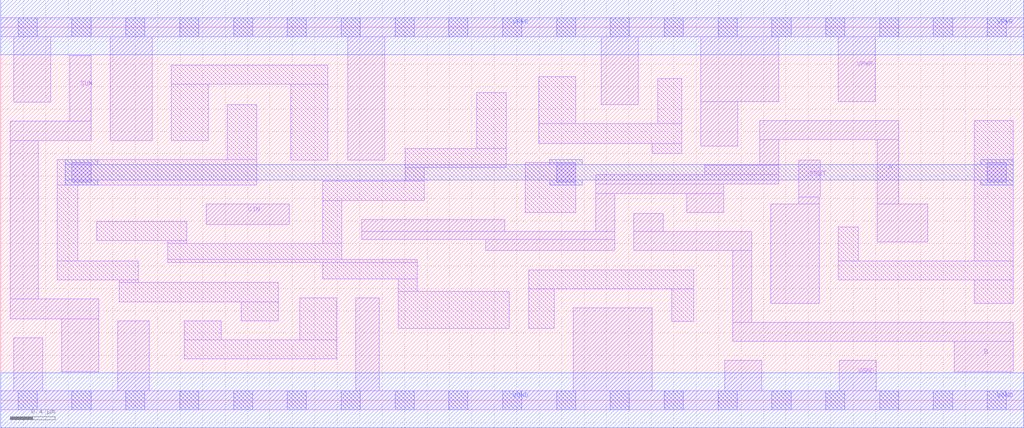
<source format=lef>
# Copyright 2020 The SkyWater PDK Authors
#
# Licensed under the Apache License, Version 2.0 (the "License");
# you may not use this file except in compliance with the License.
# You may obtain a copy of the License at
#
#     https://www.apache.org/licenses/LICENSE-2.0
#
# Unless required by applicable law or agreed to in writing, software
# distributed under the License is distributed on an "AS IS" BASIS,
# WITHOUT WARRANTIES OR CONDITIONS OF ANY KIND, either express or implied.
# See the License for the specific language governing permissions and
# limitations under the License.
#
# SPDX-License-Identifier: Apache-2.0

VERSION 5.7 ;
  NAMESCASESENSITIVE ON ;
  NOWIREEXTENSIONATPIN ON ;
  DIVIDERCHAR "/" ;
  BUSBITCHARS "[]" ;
UNITS
  DATABASE MICRONS 200 ;
END UNITS
MACRO sky130_fd_sc_lp__fa_2
  CLASS CORE ;
  SOURCE USER ;
  FOREIGN sky130_fd_sc_lp__fa_2 ;
  ORIGIN  0.000000  0.000000 ;
  SIZE  9.120000 BY  3.330000 ;
  SYMMETRY X Y R90 ;
  SITE unit ;
  PIN A
    ANTENNAGATEAREA  0.636000 ;
    DIRECTION INPUT ;
    USE SIGNAL ;
    PORT
      LAYER li1 ;
        RECT 3.220000 1.435000 5.475000 1.505000 ;
        RECT 3.220000 1.505000 4.495000 1.615000 ;
        RECT 4.325000 1.335000 5.475000 1.435000 ;
        RECT 5.305000 1.505000 5.475000 1.845000 ;
        RECT 5.305000 1.845000 6.445000 1.930000 ;
        RECT 5.305000 1.930000 6.935000 2.015000 ;
        RECT 6.115000 1.675000 6.445000 1.845000 ;
        RECT 6.275000 2.015000 6.935000 2.100000 ;
        RECT 6.765000 2.100000 6.935000 2.325000 ;
        RECT 6.765000 2.325000 8.005000 2.495000 ;
        RECT 7.815000 1.415000 8.265000 1.750000 ;
        RECT 7.815000 1.750000 8.005000 2.325000 ;
    END
  END A
  PIN B
    ANTENNAGATEAREA  0.636000 ;
    DIRECTION INPUT ;
    USE SIGNAL ;
    PORT
      LAYER li1 ;
        RECT 5.645000 1.335000 6.695000 1.505000 ;
        RECT 5.645000 1.505000 5.905000 1.665000 ;
        RECT 6.525000 0.525000 9.025000 0.695000 ;
        RECT 6.525000 0.695000 6.695000 1.335000 ;
        RECT 8.500000 0.255000 9.025000 0.525000 ;
    END
  END B
  PIN CIN
    ANTENNAGATEAREA  0.477000 ;
    DIRECTION INPUT ;
    USE SIGNAL ;
    PORT
      LAYER li1 ;
        RECT 1.830000 1.570000 2.570000 1.750000 ;
    END
  END CIN
  PIN COUT
    ANTENNADIFFAREA  0.588000 ;
    DIRECTION OUTPUT ;
    USE SIGNAL ;
    PORT
      LAYER li1 ;
        RECT 6.865000 0.865000 7.295000 1.750000 ;
        RECT 7.115000 1.750000 7.295000 1.815000 ;
        RECT 7.115000 1.815000 7.305000 2.145000 ;
    END
  END COUT
  PIN SUM
    ANTENNADIFFAREA  0.588000 ;
    DIRECTION OUTPUT ;
    USE SIGNAL ;
    PORT
      LAYER li1 ;
        RECT 0.085000 0.725000 0.875000 0.905000 ;
        RECT 0.085000 0.905000 0.335000 2.320000 ;
        RECT 0.085000 2.320000 0.805000 2.490000 ;
        RECT 0.545000 0.255000 0.875000 0.725000 ;
        RECT 0.615000 2.490000 0.805000 3.075000 ;
    END
  END SUM
  PIN VGND
    DIRECTION INOUT ;
    USE GROUND ;
    PORT
      LAYER li1 ;
        RECT 0.000000 -0.085000 9.120000 0.085000 ;
        RECT 0.115000  0.085000 0.375000 0.555000 ;
        RECT 1.045000  0.085000 1.325000 0.710000 ;
        RECT 3.165000  0.085000 3.375000 0.915000 ;
        RECT 5.105000  0.085000 5.810000 0.825000 ;
        RECT 6.455000  0.085000 6.785000 0.355000 ;
        RECT 7.475000  0.085000 7.805000 0.355000 ;
      LAYER mcon ;
        RECT 0.155000 -0.085000 0.325000 0.085000 ;
        RECT 0.635000 -0.085000 0.805000 0.085000 ;
        RECT 1.115000 -0.085000 1.285000 0.085000 ;
        RECT 1.595000 -0.085000 1.765000 0.085000 ;
        RECT 2.075000 -0.085000 2.245000 0.085000 ;
        RECT 2.555000 -0.085000 2.725000 0.085000 ;
        RECT 3.035000 -0.085000 3.205000 0.085000 ;
        RECT 3.515000 -0.085000 3.685000 0.085000 ;
        RECT 3.995000 -0.085000 4.165000 0.085000 ;
        RECT 4.475000 -0.085000 4.645000 0.085000 ;
        RECT 4.955000 -0.085000 5.125000 0.085000 ;
        RECT 5.435000 -0.085000 5.605000 0.085000 ;
        RECT 5.915000 -0.085000 6.085000 0.085000 ;
        RECT 6.395000 -0.085000 6.565000 0.085000 ;
        RECT 6.875000 -0.085000 7.045000 0.085000 ;
        RECT 7.355000 -0.085000 7.525000 0.085000 ;
        RECT 7.835000 -0.085000 8.005000 0.085000 ;
        RECT 8.315000 -0.085000 8.485000 0.085000 ;
        RECT 8.795000 -0.085000 8.965000 0.085000 ;
      LAYER met1 ;
        RECT 0.000000 -0.245000 9.120000 0.245000 ;
    END
  END VGND
  PIN VPWR
    DIRECTION INOUT ;
    USE POWER ;
    PORT
      LAYER li1 ;
        RECT 0.000000 3.245000 9.120000 3.415000 ;
        RECT 0.115000 2.660000 0.445000 3.245000 ;
        RECT 0.975000 2.320000 1.350000 3.245000 ;
        RECT 3.095000 2.145000 3.425000 3.245000 ;
        RECT 5.355000 2.640000 5.685000 3.245000 ;
        RECT 6.240000 2.270000 6.570000 2.665000 ;
        RECT 6.240000 2.665000 6.935000 3.245000 ;
        RECT 7.465000 2.665000 7.795000 3.245000 ;
      LAYER mcon ;
        RECT 0.155000 3.245000 0.325000 3.415000 ;
        RECT 0.635000 3.245000 0.805000 3.415000 ;
        RECT 1.115000 3.245000 1.285000 3.415000 ;
        RECT 1.595000 3.245000 1.765000 3.415000 ;
        RECT 2.075000 3.245000 2.245000 3.415000 ;
        RECT 2.555000 3.245000 2.725000 3.415000 ;
        RECT 3.035000 3.245000 3.205000 3.415000 ;
        RECT 3.515000 3.245000 3.685000 3.415000 ;
        RECT 3.995000 3.245000 4.165000 3.415000 ;
        RECT 4.475000 3.245000 4.645000 3.415000 ;
        RECT 4.955000 3.245000 5.125000 3.415000 ;
        RECT 5.435000 3.245000 5.605000 3.415000 ;
        RECT 5.915000 3.245000 6.085000 3.415000 ;
        RECT 6.395000 3.245000 6.565000 3.415000 ;
        RECT 6.875000 3.245000 7.045000 3.415000 ;
        RECT 7.355000 3.245000 7.525000 3.415000 ;
        RECT 7.835000 3.245000 8.005000 3.415000 ;
        RECT 8.315000 3.245000 8.485000 3.415000 ;
        RECT 8.795000 3.245000 8.965000 3.415000 ;
      LAYER met1 ;
        RECT 0.000000 3.085000 9.120000 3.575000 ;
    END
  END VPWR
  OBS
    LAYER li1 ;
      RECT 0.505000 1.075000 1.225000 1.245000 ;
      RECT 0.505000 1.245000 0.685000 1.920000 ;
      RECT 0.505000 1.920000 2.280000 2.150000 ;
      RECT 0.855000 1.425000 1.660000 1.595000 ;
      RECT 1.055000 0.880000 2.475000 1.050000 ;
      RECT 1.055000 1.050000 1.225000 1.075000 ;
      RECT 1.490000 1.230000 3.715000 1.255000 ;
      RECT 1.490000 1.255000 3.040000 1.400000 ;
      RECT 1.490000 1.400000 1.660000 1.425000 ;
      RECT 1.520000 2.320000 1.850000 2.820000 ;
      RECT 1.520000 2.820000 2.915000 2.990000 ;
      RECT 1.635000 0.370000 2.995000 0.540000 ;
      RECT 1.635000 0.540000 1.965000 0.710000 ;
      RECT 2.020000 2.150000 2.280000 2.640000 ;
      RECT 2.145000 0.710000 2.475000 0.880000 ;
      RECT 2.585000 2.145000 2.915000 2.820000 ;
      RECT 2.665000 0.540000 2.995000 0.915000 ;
      RECT 2.870000 1.085000 3.715000 1.230000 ;
      RECT 2.870000 1.400000 3.040000 1.785000 ;
      RECT 2.870000 1.785000 3.775000 1.955000 ;
      RECT 3.545000 0.640000 4.535000 0.970000 ;
      RECT 3.545000 0.970000 3.715000 1.085000 ;
      RECT 3.605000 1.955000 3.775000 2.075000 ;
      RECT 3.605000 2.075000 4.505000 2.245000 ;
      RECT 4.245000 2.245000 4.505000 2.745000 ;
      RECT 4.675000 1.675000 5.125000 2.120000 ;
      RECT 4.705000 0.640000 4.935000 0.995000 ;
      RECT 4.705000 0.995000 6.180000 1.165000 ;
      RECT 4.795000 2.290000 6.070000 2.470000 ;
      RECT 4.795000 2.470000 5.125000 2.890000 ;
      RECT 5.810000 2.200000 6.070000 2.290000 ;
      RECT 5.855000 2.470000 6.070000 2.870000 ;
      RECT 5.980000 0.705000 6.180000 0.995000 ;
      RECT 7.465000 1.075000 9.025000 1.245000 ;
      RECT 7.465000 1.245000 7.645000 1.545000 ;
      RECT 8.680000 0.865000 9.025000 1.075000 ;
      RECT 8.680000 1.245000 9.025000 2.495000 ;
    LAYER mcon ;
      RECT 0.635000 1.950000 0.805000 2.120000 ;
      RECT 4.955000 1.950000 5.125000 2.120000 ;
      RECT 8.795000 1.950000 8.965000 2.120000 ;
    LAYER met1 ;
      RECT 0.575000 1.920000 0.865000 1.965000 ;
      RECT 0.575000 1.965000 9.025000 2.105000 ;
      RECT 0.575000 2.105000 0.865000 2.150000 ;
      RECT 4.895000 1.920000 5.185000 1.965000 ;
      RECT 4.895000 2.105000 5.185000 2.150000 ;
      RECT 8.735000 1.920000 9.025000 1.965000 ;
      RECT 8.735000 2.105000 9.025000 2.150000 ;
  END
END sky130_fd_sc_lp__fa_2

</source>
